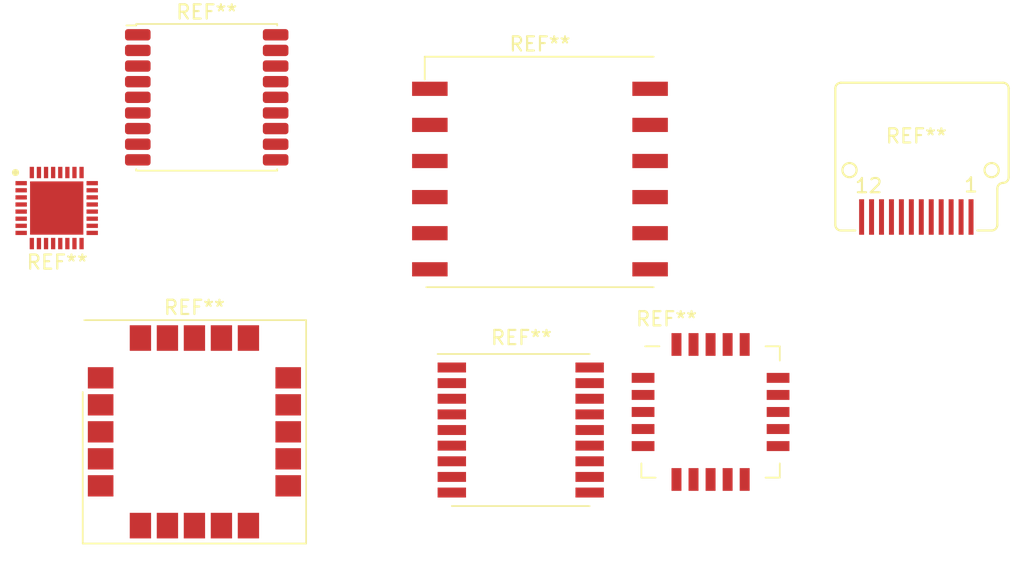
<source format=kicad_pcb>
(kicad_pcb (version 20221018) (generator pcbnew)
  (layers (0 "F.Cu" signal) (31 "B.Cu" signal) (34 "B.Paste" user) (35 "F.Paste" user) (36 "B.SilkS" user "B.Silkscreen") (37 "F.SilkS" user "F.Silkscreen") (38 "B.Mask" user) (39 "F.Mask" user) (44 "Edge.Cuts" user))
  (net 0 "")
  (footprint "RF_GPS:Sierra_XM11X0" (layer "F.Cu") (at 116.713 59.563)
    (fp_text reference "REF**" (at -3.1 -6.55) (layer "F.SilkS"))
    (fp_text value "Sierra_XM11X0")
    (fp_line (start -4.87 4.62) (end -4.87 3.62) (stroke (width 0.12)) (layer "F.SilkS"))
    (fp_line (start -4.6 -4.62) (end -3.6 -4.62) (stroke (width 0.12)) (layer "F.SilkS"))
    (fp_line (start -3.87 4.62) (end -4.87 4.62) (stroke (width 0.12)) (layer "F.SilkS"))
    (fp_line (start 3.87 -4.62) (end 4.87 -4.62) (stroke (width 0.12)) (layer "F.SilkS"))
    (fp_line (start 3.87 4.62) (end 4.87 4.62) (stroke (width 0.12)) (layer "F.SilkS"))
    (fp_line (start 4.87 -4.62) (end 4.87 -3.62) (stroke (width 0.12)) (layer "F.SilkS"))
    (fp_line (start 4.87 4.62) (end 4.87 3.62) (stroke (width 0.12)) (layer "F.SilkS"))
    (pad "1" smd rect (at -4.75 -2.4) (size 1.6 0.7) (layers "F.Cu" "F.Paste" "F.Mask"))
    (pad "2" smd rect (at -4.75 -1.2) (size 1.6 0.7) (layers "F.Cu" "F.Paste" "F.Mask"))
    (pad "3" smd rect (at -4.75 0) (size 1.6 0.7) (layers "F.Cu" "F.Paste" "F.Mask"))
    (pad "4" smd rect (at -4.75 1.2) (size 1.6 0.7) (layers "F.Cu" "F.Paste" "F.Mask"))
    (pad "5" smd rect (at -4.75 2.4) (size 1.6 0.7) (layers "F.Cu" "F.Paste" "F.Mask"))
    (pad "6" smd rect (at -2.4 4.75) (size 0.7 1.6) (layers "F.Cu" "F.Paste" "F.Mask"))
    (pad "7" smd rect (at -1.2 4.75) (size 0.7 1.6) (layers "F.Cu" "F.Paste" "F.Mask"))
    (pad "8" smd rect (at 0 4.75) (size 0.7 1.6) (layers "F.Cu" "F.Paste" "F.Mask"))
    (pad "9" smd rect (at 1.2 4.75) (size 0.7 1.6) (layers "F.Cu" "F.Paste" "F.Mask"))
    (pad "10" smd rect (at 2.4 4.75) (size 0.7 1.6) (layers "F.Cu" "F.Paste" "F.Mask"))
    (pad "11" smd rect (at 4.75 2.4) (size 1.6 0.7) (layers "F.Cu" "F.Paste" "F.Mask"))
    (pad "12" smd rect (at 4.75 1.2) (size 1.6 0.7) (layers "F.Cu" "F.Paste" "F.Mask"))
    (pad "13" smd rect (at 4.75 0) (size 1.6 0.7) (layers "F.Cu" "F.Paste" "F.Mask"))
    (pad "14" smd rect (at 4.75 -1.2) (size 1.6 0.7) (layers "F.Cu" "F.Paste" "F.Mask"))
    (pad "15" smd rect (at 4.75 -2.4) (size 1.6 0.7) (layers "F.Cu" "F.Paste" "F.Mask"))
    (pad "16" smd rect (at 2.4 -4.75) (size 0.7 1.6) (layers "F.Cu" "F.Paste" "F.Mask"))
    (pad "17" smd rect (at 1.2 -4.75) (size 0.7 1.6) (layers "F.Cu" "F.Paste" "F.Mask"))
    (pad "18" smd rect (at 0 -4.75) (size 0.7 1.6) (layers "F.Cu" "F.Paste" "F.Mask"))
    (pad "19" smd rect (at -1.2 -4.75) (size 0.7 1.6) (layers "F.Cu" "F.Paste" "F.Mask"))
    (pad "20" smd rect (at -2.4 -4.75) (size 0.7 1.6) (layers "F.Cu" "F.Paste" "F.Mask"))
  )
  (footprint "RF_GPS:ublox_SAM-M8Q" (layer "F.Cu") (at 80.391 60.96)
    (fp_text reference "REF**" (at 0 -8.75) (layer "F.SilkS"))
    (fp_text value "ublox_SAM-M8Q")
    (fp_line (start -7.86 -2.8) (end -7.86 7.86) (stroke (width 0.12)) (layer "F.SilkS"))
    (fp_line (start -7.86 7.86) (end 7.86 7.86) (stroke (width 0.12)) (layer "F.SilkS"))
    (fp_line (start -7.75 -7.86) (end 7.86 -7.86) (stroke (width 0.12)) (layer "F.SilkS"))
    (fp_line (start 7.86 -7.86) (end 7.86 7.86) (stroke (width 0.12)) (layer "F.SilkS"))
    (pad "1" smd rect (at -6.6 -3.8) (size 1.8 1.5) (layers "F.Cu" "F.Mask"))
    (pad "2" smd rect (at -6.6 -1.9) (size 1.8 1.5) (layers "F.Cu" "F.Mask"))
    (pad "3" smd rect (at -6.6 0) (size 1.8 1.5) (layers "F.Cu" "F.Mask"))
    (pad "4" smd rect (at -6.6 1.9) (size 1.8 1.5) (layers "F.Cu" "F.Mask"))
    (pad "5" smd rect (at -6.6 3.8) (size 1.8 1.5) (layers "F.Cu" "F.Mask"))
    (pad "6" smd rect (at -3.8 6.6) (size 1.5 1.8) (layers "F.Cu" "F.Mask"))
    (pad "7" smd rect (at -1.9 6.6) (size 1.5 1.8) (layers "F.Cu" "F.Mask"))
    (pad "8" smd rect (at 0 6.6) (size 1.5 1.8) (layers "F.Cu" "F.Mask"))
    (pad "9" smd rect (at 1.9 6.6) (size 1.5 1.8) (layers "F.Cu" "F.Mask"))
    (pad "10" smd rect (at 3.8 6.6) (size 1.5 1.8) (layers "F.Cu" "F.Mask"))
    (pad "11" smd rect (at 6.6 3.8) (size 1.8 1.5) (layers "F.Cu" "F.Mask"))
    (pad "12" smd rect (at 6.6 1.9) (size 1.8 1.5) (layers "F.Cu" "F.Mask"))
    (pad "13" smd rect (at 6.6 0) (size 1.8 1.5) (layers "F.Cu" "F.Mask"))
    (pad "14" smd rect (at 6.6 -1.9) (size 1.8 1.5) (layers "F.Cu" "F.Mask"))
    (pad "15" smd rect (at 6.6 -3.8) (size 1.8 1.5) (layers "F.Cu" "F.Mask"))
    (pad "16" smd rect (at 3.8 -6.6) (size 1.5 1.8) (layers "F.Cu" "F.Mask"))
    (pad "17" smd rect (at 1.9 -6.6) (size 1.5 1.8) (layers "F.Cu" "F.Mask"))
    (pad "18" smd rect (at 0 -6.6) (size 1.5 1.8) (layers "F.Cu" "F.Mask"))
    (pad "19" smd rect (at -1.9 -6.6) (size 1.5 1.8) (layers "F.Cu" "F.Mask"))
    (pad "20" smd rect (at -3.8 -6.6) (size 1.5 1.8) (layers "F.Cu" "F.Mask"))
  )
  (footprint "RF_GPS:Quectel_L80-R" (layer "F.Cu") (at 104.707767 42.671767)
    (fp_text reference "REF**" (at 0 -9 -180) (layer "F.SilkS"))
    (fp_text value "Quectel_L80-R")
    (fp_line (start -8.11 -8.11) (end -8.11 -6.5) (stroke (width 0.12)) (layer "F.SilkS"))
    (fp_line (start 8 -8.11) (end -8.11 -8.11) (stroke (width 0.12)) (layer "F.SilkS"))
    (fp_line (start 8 8.11) (end -8 8.11) (stroke (width 0.12)) (layer "F.SilkS"))
    (pad "1" smd rect (at -7.75 -5.85 180) (size 2.5 1) (layers "F.Cu" "F.Paste" "F.Mask"))
    (pad "2" smd rect (at -7.75 -3.31 180) (size 2.5 1) (layers "F.Cu" "F.Paste" "F.Mask"))
    (pad "3" smd rect (at -7.75 -0.77 180) (size 2.5 1) (layers "F.Cu" "F.Paste" "F.Mask"))
    (pad "4" smd rect (at -7.75 1.77 180) (size 2.5 1) (layers "F.Cu" "F.Paste" "F.Mask"))
    (pad "5" smd rect (at -7.75 4.31 180) (size 2.5 1) (layers "F.Cu" "F.Paste" "F.Mask"))
    (pad "6" smd rect (at -7.75 6.85 180) (size 2.5 1) (layers "F.Cu" "F.Paste" "F.Mask"))
    (pad "7" smd rect (at 7.75 6.85 180) (size 2.5 1) (layers "F.Cu" "F.Paste" "F.Mask"))
    (pad "8" smd rect (at 7.75 4.31 180) (size 2.5 1) (layers "F.Cu" "F.Paste" "F.Mask"))
    (pad "9" smd rect (at 7.75 1.77 180) (size 2.5 1) (layers "F.Cu" "F.Paste" "F.Mask"))
    (pad "10" smd rect (at 7.75 -0.77 180) (size 2.5 1) (layers "F.Cu" "F.Paste" "F.Mask"))
    (pad "11" smd rect (at 7.75 -3.31 180) (size 2.5 1) (layers "F.Cu" "F.Paste" "F.Mask"))
    (pad "12" smd rect (at 7.75 -5.85 180) (size 2.5 1) (layers "F.Cu" "F.Paste" "F.Mask"))
  )
  (footprint "RF_GPS:SIM28ML" (layer "F.Cu") (at 103.354 60.833)
    (fp_text reference "REF**" (at 0.05 -6.5) (layer "F.SilkS"))
    (fp_text value "SIM28ML")
    (fp_line (start -5.85 -5.35) (end 4.85 -5.35) (stroke (width 0.12)) (layer "F.SilkS"))
    (fp_line (start -4.85 5.35) (end 4.85 5.35) (stroke (width 0.12)) (layer "F.SilkS"))
    (pad "1" smd rect (at -4.85 -4.4) (size 2 0.7) (layers "F.Cu" "F.Paste" "F.Mask"))
    (pad "2" smd rect (at -4.85 -3.3) (size 2 0.7) (layers "F.Cu" "F.Paste" "F.Mask"))
    (pad "3" smd rect (at -4.85 -2.2) (size 2 0.7) (layers "F.Cu" "F.Paste" "F.Mask"))
    (pad "4" smd rect (at -4.85 -1.1) (size 2 0.7) (layers "F.Cu" "F.Paste" "F.Mask"))
    (pad "5" smd rect (at -4.85 0) (size 2 0.7) (layers "F.Cu" "F.Paste" "F.Mask"))
    (pad "6" smd rect (at -4.85 1.1) (size 2 0.7) (layers "F.Cu" "F.Paste" "F.Mask"))
    (pad "7" smd rect (at -4.85 2.2) (size 2 0.7) (layers "F.Cu" "F.Paste" "F.Mask"))
    (pad "8" smd rect (at -4.85 3.3) (size 2 0.7) (layers "F.Cu" "F.Paste" "F.Mask"))
    (pad "9" smd rect (at -4.85 4.4) (size 2 0.7) (layers "F.Cu" "F.Paste" "F.Mask"))
    (pad "10" smd rect (at 4.85 4.4) (size 2 0.7) (layers "F.Cu" "F.Paste" "F.Mask"))
    (pad "11" smd rect (at 4.85 3.3) (size 2 0.7) (layers "F.Cu" "F.Paste" "F.Mask"))
    (pad "12" smd rect (at 4.85 2.2) (size 2 0.7) (layers "F.Cu" "F.Paste" "F.Mask"))
    (pad "13" smd rect (at 4.85 1.1) (size 2 0.7) (layers "F.Cu" "F.Paste" "F.Mask"))
    (pad "14" smd rect (at 4.85 0) (size 2 0.7) (layers "F.Cu" "F.Paste" "F.Mask"))
    (pad "15" smd rect (at 4.85 -1.1) (size 2 0.7) (layers "F.Cu" "F.Paste" "F.Mask"))
    (pad "16" smd rect (at 4.85 -2.2) (size 2 0.7) (layers "F.Cu" "F.Paste" "F.Mask"))
    (pad "17" smd rect (at 4.85 -3.3) (size 2 0.7) (layers "F.Cu" "F.Paste" "F.Mask"))
    (pad "18" smd rect (at 4.85 -4.4) (size 2 0.7) (layers "F.Cu" "F.Paste" "F.Mask"))
  )
  (footprint "RF_GPS:Quectel_L70-R" (layer "F.Cu") (at 81.256 37.42)
    (fp_text reference "REF**" (at 0 -6) (layer "F.SilkS"))
    (fp_text value "Quectel_L70-R")
    (fp_line (start -5.65 -5.06) (end -4.96 -5.06) (stroke (width 0.12)) (layer "F.SilkS"))
    (fp_line (start -4.96 -5.16) (end -4.96 -5.06) (stroke (width 0.12)) (layer "F.SilkS"))
    (fp_line (start -4.96 -5.16) (end 4.96 -5.16) (stroke (width 0.12)) (layer "F.SilkS"))
    (fp_line (start -4.96 5.06) (end -4.96 5.16) (stroke (width 0.12)) (layer "F.SilkS"))
    (fp_line (start -4.96 5.16) (end 4.96 5.16) (stroke (width 0.12)) (layer "F.SilkS"))
    (fp_line (start 4.96 -5.16) (end 4.96 -5.06) (stroke (width 0.12)) (layer "F.SilkS"))
    (fp_line (start 4.96 5.06) (end 4.96 5.16) (stroke (width 0.12)) (layer "F.SilkS"))
    (pad "1" smd roundrect (at -4.85 -4.4) (size 1.8 0.8) (layers "F.Cu" "F.Paste" "F.Mask"))
    (pad "2" smd roundrect (at -4.85 -3.3) (size 1.8 0.8) (layers "F.Cu" "F.Paste" "F.Mask"))
    (pad "3" smd roundrect (at -4.85 -2.2) (size 1.8 0.8) (layers "F.Cu" "F.Paste" "F.Mask"))
    (pad "4" smd roundrect (at -4.85 -1.1) (size 1.8 0.8) (layers "F.Cu" "F.Paste" "F.Mask"))
    (pad "5" smd roundrect (at -4.85 0) (size 1.8 0.8) (layers "F.Cu" "F.Paste" "F.Mask"))
    (pad "6" smd roundrect (at -4.85 1.1) (size 1.8 0.8) (layers "F.Cu" "F.Paste" "F.Mask"))
    (pad "7" smd roundrect (at -4.85 2.2) (size 1.8 0.8) (layers "F.Cu" "F.Paste" "F.Mask"))
    (pad "8" smd roundrect (at -4.85 3.3) (size 1.8 0.8) (layers "F.Cu" "F.Paste" "F.Mask"))
    (pad "9" smd roundrect (at -4.85 4.4) (size 1.8 0.8) (layers "F.Cu" "F.Paste" "F.Mask"))
    (pad "10" smd roundrect (at 4.85 4.4) (size 1.8 0.8) (layers "F.Cu" "F.Paste" "F.Mask"))
    (pad "11" smd roundrect (at 4.85 3.3) (size 1.8 0.8) (layers "F.Cu" "F.Paste" "F.Mask"))
    (pad "12" smd roundrect (at 4.85 2.2) (size 1.8 0.8) (layers "F.Cu" "F.Paste" "F.Mask"))
    (pad "13" smd roundrect (at 4.85 1.1) (size 1.8 0.8) (layers "F.Cu" "F.Paste" "F.Mask"))
    (pad "14" smd roundrect (at 4.85 0) (size 1.8 0.8) (layers "F.Cu" "F.Paste" "F.Mask"))
    (pad "15" smd roundrect (at 4.85 -1.1) (size 1.8 0.8) (layers "F.Cu" "F.Paste" "F.Mask"))
    (pad "16" smd roundrect (at 4.85 -2.2) (size 1.8 0.8) (layers "F.Cu" "F.Paste" "F.Mask"))
    (pad "17" smd roundrect (at 4.85 -3.3) (size 1.8 0.8) (layers "F.Cu" "F.Paste" "F.Mask"))
    (pad "18" smd roundrect (at 4.85 -4.4) (size 1.8 0.8) (layers "F.Cu" "F.Paste" "F.Mask"))
  )
  (footprint "Footprint:VFQFN-32" (layer "F.Cu") (at 70.739 45.212)
    (fp_text reference "REF**" (at 0 3.81 unlocked) (layer "F.SilkS"))
    (fp_text value "VFQFN-32")
    (fp_circle (center -2.94 -2.5) (end -2.94 -2.375) (stroke (width 0.25)) (fill none) (layer "F.SilkS"))
    (pad "1" smd rect (at -2.54 -1.75 90) (size 0.3 0.8) (layers "F.Cu" "F.Paste" "F.Mask"))
    (pad "2" smd rect (at -2.54 -1.25 90) (size 0.3 0.8) (layers "F.Cu" "F.Paste" "F.Mask"))
    (pad "3" smd rect (at -2.54 -0.75 90) (size 0.3 0.8) (layers "F.Cu" "F.Paste" "F.Mask"))
    (pad "4" smd rect (at -2.54 -0.25 90) (size 0.3 0.8) (layers "F.Cu" "F.Paste" "F.Mask"))
    (pad "5" smd rect (at -2.54 0.25 90) (size 0.3 0.8) (layers "F.Cu" "F.Paste" "F.Mask"))
    (pad "6" smd rect (at -2.54 0.75 90) (size 0.3 0.8) (layers "F.Cu" "F.Paste" "F.Mask"))
    (pad "7" smd rect (at -2.54 1.25 90) (size 0.3 0.8) (layers "F.Cu" "F.Paste" "F.Mask"))
    (pad "8" smd rect (at -2.54 1.75 90) (size 0.3 0.8) (layers "F.Cu" "F.Paste" "F.Mask"))
    (pad "9" smd rect (at -1.79 2.5) (size 0.3 0.8) (layers "F.Cu" "F.Paste" "F.Mask"))
    (pad "10" smd rect (at -1.29 2.5) (size 0.3 0.8) (layers "F.Cu" "F.Paste" "F.Mask"))
    (pad "11" smd rect (at -0.79 2.5) (size 0.3 0.8) (layers "F.Cu" "F.Paste" "F.Mask"))
    (pad "12" smd rect (at -0.29 2.5) (size 0.3 0.8) (layers "F.Cu" "F.Paste" "F.Mask"))
    (pad "13" smd rect (at 0.21 2.5) (size 0.3 0.8) (layers "F.Cu" "F.Paste" "F.Mask"))
    (pad "14" smd rect (at 0.71 2.5) (size 0.3 0.8) (layers "F.Cu" "F.Paste" "F.Mask"))
    (pad "15" smd rect (at 1.21 2.5) (size 0.3 0.8) (layers "F.Cu" "F.Paste" "F.Mask"))
    (pad "16" smd rect (at 1.71 2.5) (size 0.3 0.8) (layers "F.Cu" "F.Paste" "F.Mask"))
    (pad "17" smd rect (at 2.46 1.75 90) (size 0.3 0.8) (layers "F.Cu" "F.Paste" "F.Mask"))
    (pad "18" smd rect (at 2.46 1.25 90) (size 0.3 0.8) (layers "F.Cu" "F.Paste" "F.Mask"))
    (pad "19" smd rect (at 2.46 0.75 90) (size 0.3 0.8) (layers "F.Cu" "F.Paste" "F.Mask"))
    (pad "20" smd rect (at 2.46 0.25 90) (size 0.3 0.8) (layers "F.Cu" "F.Paste" "F.Mask"))
    (pad "21" smd rect (at 2.46 -0.25 90) (size 0.3 0.8) (layers "F.Cu" "F.Paste" "F.Mask"))
    (pad "22" smd rect (at 2.46 -0.75 90) (size 0.3 0.8) (layers "F.Cu" "F.Paste" "F.Mask"))
    (pad "23" smd rect (at 2.46 -1.25 90) (size 0.3 0.8) (layers "F.Cu" "F.Paste" "F.Mask"))
    (pad "24" smd rect (at 2.46 -1.75 90) (size 0.3 0.8) (layers "F.Cu" "F.Paste" "F.Mask"))
    (pad "25" smd rect (at 1.71 -2.5) (size 0.3 0.8) (layers "F.Cu" "F.Paste" "F.Mask"))
    (pad "26" smd rect (at 1.21 -2.5) (size 0.3 0.8) (layers "F.Cu" "F.Paste" "F.Mask"))
    (pad "27" smd rect (at 0.71 -2.5) (size 0.3 0.8) (layers "F.Cu" "F.Paste" "F.Mask"))
    (pad "28" smd rect (at 0.21 -2.5) (size 0.3 0.8) (layers "F.Cu" "F.Paste" "F.Mask"))
    (pad "29" smd rect (at -0.29 -2.5) (size 0.3 0.8) (layers "F.Cu" "F.Paste" "F.Mask"))
    (pad "30" smd rect (at -0.79 -2.5) (size 0.3 0.8) (layers "F.Cu" "F.Paste" "F.Mask"))
    (pad "31" smd rect (at -1.29 -2.5) (size 0.3 0.8) (layers "F.Cu" "F.Paste" "F.Mask"))
    (pad "32" smd rect (at -1.79 -2.5) (size 0.3 0.8) (layers "F.Cu" "F.Paste" "F.Mask"))
    (pad "33" smd rect (at -0.04 0) (size 3.75 3.75) (layers "F.Cu" "F.Paste" "F.Mask"))
  )
  (footprint "open-Smartwatch:GC9A01_IPS_display" (layer "F.Cu") (at 131.191 45.593)
    (fp_text reference "REF**" (at 0 -5.45) (layer "F.SilkS"))
    (fp_text value "GC9A01_IPS_display")
    (fp_text user "1" (at 3.85 -2) (layer "F.SilkS"))
    (fp_text user "12" (at -3.35 -1.95) (layer "F.SilkS"))
    (fp_line (start -5.7 -8.8) (end -5.7 0.8) (stroke (width 0.15)) (layer "F.SilkS"))
    (fp_line (start -5.3 1.2) (end -4.3 1.2) (stroke (width 0.15)) (layer "F.SilkS"))
    (fp_line (start 4.3 1.2) (end 5.3 1.2) (stroke (width 0.15)) (layer "F.SilkS"))
    (fp_line (start 5.7 -1.75) (end 5.7 0.85) (stroke (width 0.15)) (layer "F.SilkS"))
    (fp_line (start 6.1 -9.2) (end -5.3 -9.2) (stroke (width 0.15)) (layer "F.SilkS"))
    (fp_line (start 6.5 -8.8) (end 6.5 -2.55) (stroke (width 0.15)) (layer "F.SilkS"))
    (fp_arc (start -5.7 -8.8) (mid -5.582843 -9.082843) (end -5.3 -9.2) (stroke (width 0.15)) (layer "F.SilkS"))
    (fp_arc (start -5.3 1.2) (mid -5.582843 1.082843) (end -5.7 0.8) (stroke (width 0.15)) (layer "F.SilkS"))
    (fp_arc (start 5.7 -1.75) (mid 5.817157 -2.032843) (end 6.1 -2.15) (stroke (width 0.15)) (layer "F.SilkS"))
    (fp_arc (start 5.7 0.8) (mid 5.582843 1.082843) (end 5.3 1.2) (stroke (width 0.15)) (layer "F.SilkS"))
    (fp_arc (start 6.1 -9.2) (mid 6.382843 -9.082843) (end 6.5 -8.8) (stroke (width 0.15)) (layer "F.SilkS"))
    (fp_arc (start 6.5 -2.55) (mid 6.382843 -2.267157) (end 6.1 -2.15) (stroke (width 0.15)) (layer "F.SilkS"))
    (fp_circle (center -4.7 -3.05) (end -4.2 -3.05) (stroke (width 0.15)) (fill none) (layer "F.SilkS"))
    (fp_circle (center 5.3 -3.05) (end 5.8 -3.05) (stroke (width 0.15)) (fill none) (layer "F.SilkS"))
    (pad "1" smd rect (at 3.85 0.25) (size 0.35 2.5) (layers "F.Cu" "F.Paste" "F.Mask"))
    (pad "2" smd rect (at 3.15 0.25) (size 0.35 2.5) (layers "F.Cu" "F.Paste" "F.Mask"))
    (pad "3" smd rect (at 2.45 0.25) (size 0.35 2.5) (layers "F.Cu" "F.Paste" "F.Mask"))
    (pad "4" smd rect (at 1.75 0.25) (size 0.35 2.5) (layers "F.Cu" "F.Paste" "F.Mask"))
    (pad "5" smd rect (at 1.05 0.25) (size 0.35 2.5) (layers "F.Cu" "F.Paste" "F.Mask"))
    (pad "6" smd rect (at 0.35 0.25) (size 0.35 2.5) (layers "F.Cu" "F.Paste" "F.Mask"))
    (pad "7" smd rect (at -0.35 0.25) (size 0.35 2.5) (layers "F.Cu" "F.Paste" "F.Mask"))
    (pad "8" smd rect (at -1.05 0.25) (size 0.35 2.5) (layers "F.Cu" "F.Paste" "F.Mask"))
    (pad "9" smd rect (at -1.75 0.25) (size 0.35 2.5) (layers "F.Cu" "F.Paste" "F.Mask"))
    (pad "10" smd rect (at -2.45 0.25) (size 0.35 2.5) (layers "F.Cu" "F.Paste" "F.Mask"))
    (pad "11" smd rect (at -3.15 0.25) (size 0.35 2.5) (layers "F.Cu" "F.Paste" "F.Mask"))
    (pad "12" smd rect (at -3.85 0.25) (size 0.35 2.5) (layers "F.Cu" "F.Paste" "F.Mask"))
  )
)
</source>
